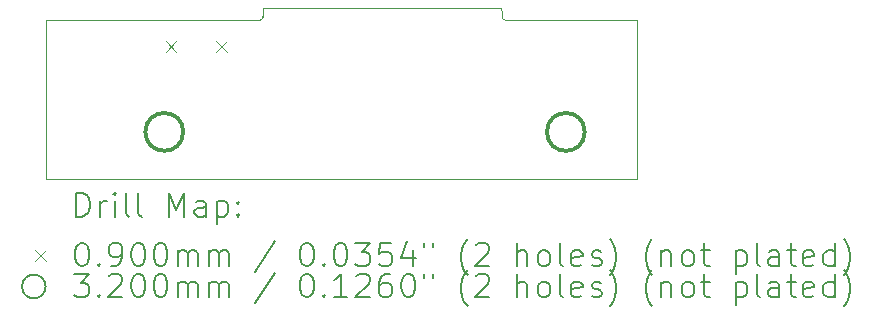
<source format=gbr>
%TF.GenerationSoftware,KiCad,Pcbnew,7.0.8*%
%TF.CreationDate,2023-12-27T11:09:43+01:00*%
%TF.ProjectId,Frost-ESP32,46726f73-742d-4455-9350-33322e6b6963,rev?*%
%TF.SameCoordinates,Original*%
%TF.FileFunction,Drillmap*%
%TF.FilePolarity,Positive*%
%FSLAX45Y45*%
G04 Gerber Fmt 4.5, Leading zero omitted, Abs format (unit mm)*
G04 Created by KiCad (PCBNEW 7.0.8) date 2023-12-27 11:09:43*
%MOMM*%
%LPD*%
G01*
G04 APERTURE LIST*
%ADD10C,0.100000*%
%ADD11C,0.200000*%
%ADD12C,0.090000*%
%ADD13C,0.320000*%
G04 APERTURE END LIST*
D10*
X13260000Y-9725000D02*
G75*
G03*
X13285000Y-9750000I25000J0D01*
G01*
X11260000Y-9650000D02*
X13235000Y-9650000D01*
X13260000Y-9675000D02*
G75*
G03*
X13235000Y-9650000I-25000J0D01*
G01*
X14400000Y-9750000D02*
X14400000Y-11100000D01*
X11210000Y-9750000D02*
G75*
G03*
X11235000Y-9725000I0J25000D01*
G01*
X11235000Y-9725000D02*
X11235000Y-9675000D01*
X14400000Y-11100000D02*
X9400000Y-11100000D01*
X11260000Y-9650000D02*
G75*
G03*
X11235000Y-9675000I0J-25000D01*
G01*
X9400000Y-9750000D02*
X11210000Y-9750000D01*
X9400000Y-11100000D02*
X9400000Y-9750000D01*
X13285000Y-9750000D02*
X14400000Y-9750000D01*
X13260000Y-9675000D02*
X13260000Y-9725000D01*
D11*
D12*
X10412500Y-9930000D02*
X10502500Y-10020000D01*
X10502500Y-9930000D02*
X10412500Y-10020000D01*
X10837500Y-9930000D02*
X10927500Y-10020000D01*
X10927500Y-9930000D02*
X10837500Y-10020000D01*
D13*
X10560000Y-10700000D02*
G75*
G03*
X10560000Y-10700000I-160000J0D01*
G01*
X13960000Y-10700000D02*
G75*
G03*
X13960000Y-10700000I-160000J0D01*
G01*
D11*
X9655777Y-11416484D02*
X9655777Y-11216484D01*
X9655777Y-11216484D02*
X9703396Y-11216484D01*
X9703396Y-11216484D02*
X9731967Y-11226008D01*
X9731967Y-11226008D02*
X9751015Y-11245055D01*
X9751015Y-11245055D02*
X9760539Y-11264103D01*
X9760539Y-11264103D02*
X9770063Y-11302198D01*
X9770063Y-11302198D02*
X9770063Y-11330769D01*
X9770063Y-11330769D02*
X9760539Y-11368865D01*
X9760539Y-11368865D02*
X9751015Y-11387912D01*
X9751015Y-11387912D02*
X9731967Y-11406960D01*
X9731967Y-11406960D02*
X9703396Y-11416484D01*
X9703396Y-11416484D02*
X9655777Y-11416484D01*
X9855777Y-11416484D02*
X9855777Y-11283150D01*
X9855777Y-11321246D02*
X9865301Y-11302198D01*
X9865301Y-11302198D02*
X9874824Y-11292674D01*
X9874824Y-11292674D02*
X9893872Y-11283150D01*
X9893872Y-11283150D02*
X9912920Y-11283150D01*
X9979586Y-11416484D02*
X9979586Y-11283150D01*
X9979586Y-11216484D02*
X9970063Y-11226008D01*
X9970063Y-11226008D02*
X9979586Y-11235531D01*
X9979586Y-11235531D02*
X9989110Y-11226008D01*
X9989110Y-11226008D02*
X9979586Y-11216484D01*
X9979586Y-11216484D02*
X9979586Y-11235531D01*
X10103396Y-11416484D02*
X10084348Y-11406960D01*
X10084348Y-11406960D02*
X10074824Y-11387912D01*
X10074824Y-11387912D02*
X10074824Y-11216484D01*
X10208158Y-11416484D02*
X10189110Y-11406960D01*
X10189110Y-11406960D02*
X10179586Y-11387912D01*
X10179586Y-11387912D02*
X10179586Y-11216484D01*
X10436729Y-11416484D02*
X10436729Y-11216484D01*
X10436729Y-11216484D02*
X10503396Y-11359341D01*
X10503396Y-11359341D02*
X10570063Y-11216484D01*
X10570063Y-11216484D02*
X10570063Y-11416484D01*
X10751015Y-11416484D02*
X10751015Y-11311722D01*
X10751015Y-11311722D02*
X10741491Y-11292674D01*
X10741491Y-11292674D02*
X10722444Y-11283150D01*
X10722444Y-11283150D02*
X10684348Y-11283150D01*
X10684348Y-11283150D02*
X10665301Y-11292674D01*
X10751015Y-11406960D02*
X10731967Y-11416484D01*
X10731967Y-11416484D02*
X10684348Y-11416484D01*
X10684348Y-11416484D02*
X10665301Y-11406960D01*
X10665301Y-11406960D02*
X10655777Y-11387912D01*
X10655777Y-11387912D02*
X10655777Y-11368865D01*
X10655777Y-11368865D02*
X10665301Y-11349817D01*
X10665301Y-11349817D02*
X10684348Y-11340293D01*
X10684348Y-11340293D02*
X10731967Y-11340293D01*
X10731967Y-11340293D02*
X10751015Y-11330769D01*
X10846253Y-11283150D02*
X10846253Y-11483150D01*
X10846253Y-11292674D02*
X10865301Y-11283150D01*
X10865301Y-11283150D02*
X10903396Y-11283150D01*
X10903396Y-11283150D02*
X10922444Y-11292674D01*
X10922444Y-11292674D02*
X10931967Y-11302198D01*
X10931967Y-11302198D02*
X10941491Y-11321246D01*
X10941491Y-11321246D02*
X10941491Y-11378388D01*
X10941491Y-11378388D02*
X10931967Y-11397436D01*
X10931967Y-11397436D02*
X10922444Y-11406960D01*
X10922444Y-11406960D02*
X10903396Y-11416484D01*
X10903396Y-11416484D02*
X10865301Y-11416484D01*
X10865301Y-11416484D02*
X10846253Y-11406960D01*
X11027205Y-11397436D02*
X11036729Y-11406960D01*
X11036729Y-11406960D02*
X11027205Y-11416484D01*
X11027205Y-11416484D02*
X11017682Y-11406960D01*
X11017682Y-11406960D02*
X11027205Y-11397436D01*
X11027205Y-11397436D02*
X11027205Y-11416484D01*
X11027205Y-11292674D02*
X11036729Y-11302198D01*
X11036729Y-11302198D02*
X11027205Y-11311722D01*
X11027205Y-11311722D02*
X11017682Y-11302198D01*
X11017682Y-11302198D02*
X11027205Y-11292674D01*
X11027205Y-11292674D02*
X11027205Y-11311722D01*
D12*
X9305000Y-11700000D02*
X9395000Y-11790000D01*
X9395000Y-11700000D02*
X9305000Y-11790000D01*
D11*
X9693872Y-11636484D02*
X9712920Y-11636484D01*
X9712920Y-11636484D02*
X9731967Y-11646008D01*
X9731967Y-11646008D02*
X9741491Y-11655531D01*
X9741491Y-11655531D02*
X9751015Y-11674579D01*
X9751015Y-11674579D02*
X9760539Y-11712674D01*
X9760539Y-11712674D02*
X9760539Y-11760293D01*
X9760539Y-11760293D02*
X9751015Y-11798388D01*
X9751015Y-11798388D02*
X9741491Y-11817436D01*
X9741491Y-11817436D02*
X9731967Y-11826960D01*
X9731967Y-11826960D02*
X9712920Y-11836484D01*
X9712920Y-11836484D02*
X9693872Y-11836484D01*
X9693872Y-11836484D02*
X9674824Y-11826960D01*
X9674824Y-11826960D02*
X9665301Y-11817436D01*
X9665301Y-11817436D02*
X9655777Y-11798388D01*
X9655777Y-11798388D02*
X9646253Y-11760293D01*
X9646253Y-11760293D02*
X9646253Y-11712674D01*
X9646253Y-11712674D02*
X9655777Y-11674579D01*
X9655777Y-11674579D02*
X9665301Y-11655531D01*
X9665301Y-11655531D02*
X9674824Y-11646008D01*
X9674824Y-11646008D02*
X9693872Y-11636484D01*
X9846253Y-11817436D02*
X9855777Y-11826960D01*
X9855777Y-11826960D02*
X9846253Y-11836484D01*
X9846253Y-11836484D02*
X9836729Y-11826960D01*
X9836729Y-11826960D02*
X9846253Y-11817436D01*
X9846253Y-11817436D02*
X9846253Y-11836484D01*
X9951015Y-11836484D02*
X9989110Y-11836484D01*
X9989110Y-11836484D02*
X10008158Y-11826960D01*
X10008158Y-11826960D02*
X10017682Y-11817436D01*
X10017682Y-11817436D02*
X10036729Y-11788865D01*
X10036729Y-11788865D02*
X10046253Y-11750769D01*
X10046253Y-11750769D02*
X10046253Y-11674579D01*
X10046253Y-11674579D02*
X10036729Y-11655531D01*
X10036729Y-11655531D02*
X10027205Y-11646008D01*
X10027205Y-11646008D02*
X10008158Y-11636484D01*
X10008158Y-11636484D02*
X9970063Y-11636484D01*
X9970063Y-11636484D02*
X9951015Y-11646008D01*
X9951015Y-11646008D02*
X9941491Y-11655531D01*
X9941491Y-11655531D02*
X9931967Y-11674579D01*
X9931967Y-11674579D02*
X9931967Y-11722198D01*
X9931967Y-11722198D02*
X9941491Y-11741246D01*
X9941491Y-11741246D02*
X9951015Y-11750769D01*
X9951015Y-11750769D02*
X9970063Y-11760293D01*
X9970063Y-11760293D02*
X10008158Y-11760293D01*
X10008158Y-11760293D02*
X10027205Y-11750769D01*
X10027205Y-11750769D02*
X10036729Y-11741246D01*
X10036729Y-11741246D02*
X10046253Y-11722198D01*
X10170063Y-11636484D02*
X10189110Y-11636484D01*
X10189110Y-11636484D02*
X10208158Y-11646008D01*
X10208158Y-11646008D02*
X10217682Y-11655531D01*
X10217682Y-11655531D02*
X10227205Y-11674579D01*
X10227205Y-11674579D02*
X10236729Y-11712674D01*
X10236729Y-11712674D02*
X10236729Y-11760293D01*
X10236729Y-11760293D02*
X10227205Y-11798388D01*
X10227205Y-11798388D02*
X10217682Y-11817436D01*
X10217682Y-11817436D02*
X10208158Y-11826960D01*
X10208158Y-11826960D02*
X10189110Y-11836484D01*
X10189110Y-11836484D02*
X10170063Y-11836484D01*
X10170063Y-11836484D02*
X10151015Y-11826960D01*
X10151015Y-11826960D02*
X10141491Y-11817436D01*
X10141491Y-11817436D02*
X10131967Y-11798388D01*
X10131967Y-11798388D02*
X10122444Y-11760293D01*
X10122444Y-11760293D02*
X10122444Y-11712674D01*
X10122444Y-11712674D02*
X10131967Y-11674579D01*
X10131967Y-11674579D02*
X10141491Y-11655531D01*
X10141491Y-11655531D02*
X10151015Y-11646008D01*
X10151015Y-11646008D02*
X10170063Y-11636484D01*
X10360539Y-11636484D02*
X10379586Y-11636484D01*
X10379586Y-11636484D02*
X10398634Y-11646008D01*
X10398634Y-11646008D02*
X10408158Y-11655531D01*
X10408158Y-11655531D02*
X10417682Y-11674579D01*
X10417682Y-11674579D02*
X10427205Y-11712674D01*
X10427205Y-11712674D02*
X10427205Y-11760293D01*
X10427205Y-11760293D02*
X10417682Y-11798388D01*
X10417682Y-11798388D02*
X10408158Y-11817436D01*
X10408158Y-11817436D02*
X10398634Y-11826960D01*
X10398634Y-11826960D02*
X10379586Y-11836484D01*
X10379586Y-11836484D02*
X10360539Y-11836484D01*
X10360539Y-11836484D02*
X10341491Y-11826960D01*
X10341491Y-11826960D02*
X10331967Y-11817436D01*
X10331967Y-11817436D02*
X10322444Y-11798388D01*
X10322444Y-11798388D02*
X10312920Y-11760293D01*
X10312920Y-11760293D02*
X10312920Y-11712674D01*
X10312920Y-11712674D02*
X10322444Y-11674579D01*
X10322444Y-11674579D02*
X10331967Y-11655531D01*
X10331967Y-11655531D02*
X10341491Y-11646008D01*
X10341491Y-11646008D02*
X10360539Y-11636484D01*
X10512920Y-11836484D02*
X10512920Y-11703150D01*
X10512920Y-11722198D02*
X10522444Y-11712674D01*
X10522444Y-11712674D02*
X10541491Y-11703150D01*
X10541491Y-11703150D02*
X10570063Y-11703150D01*
X10570063Y-11703150D02*
X10589110Y-11712674D01*
X10589110Y-11712674D02*
X10598634Y-11731722D01*
X10598634Y-11731722D02*
X10598634Y-11836484D01*
X10598634Y-11731722D02*
X10608158Y-11712674D01*
X10608158Y-11712674D02*
X10627205Y-11703150D01*
X10627205Y-11703150D02*
X10655777Y-11703150D01*
X10655777Y-11703150D02*
X10674825Y-11712674D01*
X10674825Y-11712674D02*
X10684348Y-11731722D01*
X10684348Y-11731722D02*
X10684348Y-11836484D01*
X10779586Y-11836484D02*
X10779586Y-11703150D01*
X10779586Y-11722198D02*
X10789110Y-11712674D01*
X10789110Y-11712674D02*
X10808158Y-11703150D01*
X10808158Y-11703150D02*
X10836729Y-11703150D01*
X10836729Y-11703150D02*
X10855777Y-11712674D01*
X10855777Y-11712674D02*
X10865301Y-11731722D01*
X10865301Y-11731722D02*
X10865301Y-11836484D01*
X10865301Y-11731722D02*
X10874825Y-11712674D01*
X10874825Y-11712674D02*
X10893872Y-11703150D01*
X10893872Y-11703150D02*
X10922444Y-11703150D01*
X10922444Y-11703150D02*
X10941491Y-11712674D01*
X10941491Y-11712674D02*
X10951015Y-11731722D01*
X10951015Y-11731722D02*
X10951015Y-11836484D01*
X11341491Y-11626960D02*
X11170063Y-11884103D01*
X11598634Y-11636484D02*
X11617682Y-11636484D01*
X11617682Y-11636484D02*
X11636729Y-11646008D01*
X11636729Y-11646008D02*
X11646253Y-11655531D01*
X11646253Y-11655531D02*
X11655777Y-11674579D01*
X11655777Y-11674579D02*
X11665301Y-11712674D01*
X11665301Y-11712674D02*
X11665301Y-11760293D01*
X11665301Y-11760293D02*
X11655777Y-11798388D01*
X11655777Y-11798388D02*
X11646253Y-11817436D01*
X11646253Y-11817436D02*
X11636729Y-11826960D01*
X11636729Y-11826960D02*
X11617682Y-11836484D01*
X11617682Y-11836484D02*
X11598634Y-11836484D01*
X11598634Y-11836484D02*
X11579586Y-11826960D01*
X11579586Y-11826960D02*
X11570063Y-11817436D01*
X11570063Y-11817436D02*
X11560539Y-11798388D01*
X11560539Y-11798388D02*
X11551015Y-11760293D01*
X11551015Y-11760293D02*
X11551015Y-11712674D01*
X11551015Y-11712674D02*
X11560539Y-11674579D01*
X11560539Y-11674579D02*
X11570063Y-11655531D01*
X11570063Y-11655531D02*
X11579586Y-11646008D01*
X11579586Y-11646008D02*
X11598634Y-11636484D01*
X11751015Y-11817436D02*
X11760539Y-11826960D01*
X11760539Y-11826960D02*
X11751015Y-11836484D01*
X11751015Y-11836484D02*
X11741491Y-11826960D01*
X11741491Y-11826960D02*
X11751015Y-11817436D01*
X11751015Y-11817436D02*
X11751015Y-11836484D01*
X11884348Y-11636484D02*
X11903396Y-11636484D01*
X11903396Y-11636484D02*
X11922444Y-11646008D01*
X11922444Y-11646008D02*
X11931967Y-11655531D01*
X11931967Y-11655531D02*
X11941491Y-11674579D01*
X11941491Y-11674579D02*
X11951015Y-11712674D01*
X11951015Y-11712674D02*
X11951015Y-11760293D01*
X11951015Y-11760293D02*
X11941491Y-11798388D01*
X11941491Y-11798388D02*
X11931967Y-11817436D01*
X11931967Y-11817436D02*
X11922444Y-11826960D01*
X11922444Y-11826960D02*
X11903396Y-11836484D01*
X11903396Y-11836484D02*
X11884348Y-11836484D01*
X11884348Y-11836484D02*
X11865301Y-11826960D01*
X11865301Y-11826960D02*
X11855777Y-11817436D01*
X11855777Y-11817436D02*
X11846253Y-11798388D01*
X11846253Y-11798388D02*
X11836729Y-11760293D01*
X11836729Y-11760293D02*
X11836729Y-11712674D01*
X11836729Y-11712674D02*
X11846253Y-11674579D01*
X11846253Y-11674579D02*
X11855777Y-11655531D01*
X11855777Y-11655531D02*
X11865301Y-11646008D01*
X11865301Y-11646008D02*
X11884348Y-11636484D01*
X12017682Y-11636484D02*
X12141491Y-11636484D01*
X12141491Y-11636484D02*
X12074825Y-11712674D01*
X12074825Y-11712674D02*
X12103396Y-11712674D01*
X12103396Y-11712674D02*
X12122444Y-11722198D01*
X12122444Y-11722198D02*
X12131967Y-11731722D01*
X12131967Y-11731722D02*
X12141491Y-11750769D01*
X12141491Y-11750769D02*
X12141491Y-11798388D01*
X12141491Y-11798388D02*
X12131967Y-11817436D01*
X12131967Y-11817436D02*
X12122444Y-11826960D01*
X12122444Y-11826960D02*
X12103396Y-11836484D01*
X12103396Y-11836484D02*
X12046253Y-11836484D01*
X12046253Y-11836484D02*
X12027206Y-11826960D01*
X12027206Y-11826960D02*
X12017682Y-11817436D01*
X12322444Y-11636484D02*
X12227206Y-11636484D01*
X12227206Y-11636484D02*
X12217682Y-11731722D01*
X12217682Y-11731722D02*
X12227206Y-11722198D01*
X12227206Y-11722198D02*
X12246253Y-11712674D01*
X12246253Y-11712674D02*
X12293872Y-11712674D01*
X12293872Y-11712674D02*
X12312920Y-11722198D01*
X12312920Y-11722198D02*
X12322444Y-11731722D01*
X12322444Y-11731722D02*
X12331967Y-11750769D01*
X12331967Y-11750769D02*
X12331967Y-11798388D01*
X12331967Y-11798388D02*
X12322444Y-11817436D01*
X12322444Y-11817436D02*
X12312920Y-11826960D01*
X12312920Y-11826960D02*
X12293872Y-11836484D01*
X12293872Y-11836484D02*
X12246253Y-11836484D01*
X12246253Y-11836484D02*
X12227206Y-11826960D01*
X12227206Y-11826960D02*
X12217682Y-11817436D01*
X12503396Y-11703150D02*
X12503396Y-11836484D01*
X12455777Y-11626960D02*
X12408158Y-11769817D01*
X12408158Y-11769817D02*
X12531967Y-11769817D01*
X12598634Y-11636484D02*
X12598634Y-11674579D01*
X12674825Y-11636484D02*
X12674825Y-11674579D01*
X12970063Y-11912674D02*
X12960539Y-11903150D01*
X12960539Y-11903150D02*
X12941491Y-11874579D01*
X12941491Y-11874579D02*
X12931968Y-11855531D01*
X12931968Y-11855531D02*
X12922444Y-11826960D01*
X12922444Y-11826960D02*
X12912920Y-11779341D01*
X12912920Y-11779341D02*
X12912920Y-11741246D01*
X12912920Y-11741246D02*
X12922444Y-11693627D01*
X12922444Y-11693627D02*
X12931968Y-11665055D01*
X12931968Y-11665055D02*
X12941491Y-11646008D01*
X12941491Y-11646008D02*
X12960539Y-11617436D01*
X12960539Y-11617436D02*
X12970063Y-11607912D01*
X13036729Y-11655531D02*
X13046253Y-11646008D01*
X13046253Y-11646008D02*
X13065301Y-11636484D01*
X13065301Y-11636484D02*
X13112920Y-11636484D01*
X13112920Y-11636484D02*
X13131968Y-11646008D01*
X13131968Y-11646008D02*
X13141491Y-11655531D01*
X13141491Y-11655531D02*
X13151015Y-11674579D01*
X13151015Y-11674579D02*
X13151015Y-11693627D01*
X13151015Y-11693627D02*
X13141491Y-11722198D01*
X13141491Y-11722198D02*
X13027206Y-11836484D01*
X13027206Y-11836484D02*
X13151015Y-11836484D01*
X13389110Y-11836484D02*
X13389110Y-11636484D01*
X13474825Y-11836484D02*
X13474825Y-11731722D01*
X13474825Y-11731722D02*
X13465301Y-11712674D01*
X13465301Y-11712674D02*
X13446253Y-11703150D01*
X13446253Y-11703150D02*
X13417682Y-11703150D01*
X13417682Y-11703150D02*
X13398634Y-11712674D01*
X13398634Y-11712674D02*
X13389110Y-11722198D01*
X13598634Y-11836484D02*
X13579587Y-11826960D01*
X13579587Y-11826960D02*
X13570063Y-11817436D01*
X13570063Y-11817436D02*
X13560539Y-11798388D01*
X13560539Y-11798388D02*
X13560539Y-11741246D01*
X13560539Y-11741246D02*
X13570063Y-11722198D01*
X13570063Y-11722198D02*
X13579587Y-11712674D01*
X13579587Y-11712674D02*
X13598634Y-11703150D01*
X13598634Y-11703150D02*
X13627206Y-11703150D01*
X13627206Y-11703150D02*
X13646253Y-11712674D01*
X13646253Y-11712674D02*
X13655777Y-11722198D01*
X13655777Y-11722198D02*
X13665301Y-11741246D01*
X13665301Y-11741246D02*
X13665301Y-11798388D01*
X13665301Y-11798388D02*
X13655777Y-11817436D01*
X13655777Y-11817436D02*
X13646253Y-11826960D01*
X13646253Y-11826960D02*
X13627206Y-11836484D01*
X13627206Y-11836484D02*
X13598634Y-11836484D01*
X13779587Y-11836484D02*
X13760539Y-11826960D01*
X13760539Y-11826960D02*
X13751015Y-11807912D01*
X13751015Y-11807912D02*
X13751015Y-11636484D01*
X13931968Y-11826960D02*
X13912920Y-11836484D01*
X13912920Y-11836484D02*
X13874825Y-11836484D01*
X13874825Y-11836484D02*
X13855777Y-11826960D01*
X13855777Y-11826960D02*
X13846253Y-11807912D01*
X13846253Y-11807912D02*
X13846253Y-11731722D01*
X13846253Y-11731722D02*
X13855777Y-11712674D01*
X13855777Y-11712674D02*
X13874825Y-11703150D01*
X13874825Y-11703150D02*
X13912920Y-11703150D01*
X13912920Y-11703150D02*
X13931968Y-11712674D01*
X13931968Y-11712674D02*
X13941491Y-11731722D01*
X13941491Y-11731722D02*
X13941491Y-11750769D01*
X13941491Y-11750769D02*
X13846253Y-11769817D01*
X14017682Y-11826960D02*
X14036730Y-11836484D01*
X14036730Y-11836484D02*
X14074825Y-11836484D01*
X14074825Y-11836484D02*
X14093872Y-11826960D01*
X14093872Y-11826960D02*
X14103396Y-11807912D01*
X14103396Y-11807912D02*
X14103396Y-11798388D01*
X14103396Y-11798388D02*
X14093872Y-11779341D01*
X14093872Y-11779341D02*
X14074825Y-11769817D01*
X14074825Y-11769817D02*
X14046253Y-11769817D01*
X14046253Y-11769817D02*
X14027206Y-11760293D01*
X14027206Y-11760293D02*
X14017682Y-11741246D01*
X14017682Y-11741246D02*
X14017682Y-11731722D01*
X14017682Y-11731722D02*
X14027206Y-11712674D01*
X14027206Y-11712674D02*
X14046253Y-11703150D01*
X14046253Y-11703150D02*
X14074825Y-11703150D01*
X14074825Y-11703150D02*
X14093872Y-11712674D01*
X14170063Y-11912674D02*
X14179587Y-11903150D01*
X14179587Y-11903150D02*
X14198634Y-11874579D01*
X14198634Y-11874579D02*
X14208158Y-11855531D01*
X14208158Y-11855531D02*
X14217682Y-11826960D01*
X14217682Y-11826960D02*
X14227206Y-11779341D01*
X14227206Y-11779341D02*
X14227206Y-11741246D01*
X14227206Y-11741246D02*
X14217682Y-11693627D01*
X14217682Y-11693627D02*
X14208158Y-11665055D01*
X14208158Y-11665055D02*
X14198634Y-11646008D01*
X14198634Y-11646008D02*
X14179587Y-11617436D01*
X14179587Y-11617436D02*
X14170063Y-11607912D01*
X14531968Y-11912674D02*
X14522444Y-11903150D01*
X14522444Y-11903150D02*
X14503396Y-11874579D01*
X14503396Y-11874579D02*
X14493872Y-11855531D01*
X14493872Y-11855531D02*
X14484349Y-11826960D01*
X14484349Y-11826960D02*
X14474825Y-11779341D01*
X14474825Y-11779341D02*
X14474825Y-11741246D01*
X14474825Y-11741246D02*
X14484349Y-11693627D01*
X14484349Y-11693627D02*
X14493872Y-11665055D01*
X14493872Y-11665055D02*
X14503396Y-11646008D01*
X14503396Y-11646008D02*
X14522444Y-11617436D01*
X14522444Y-11617436D02*
X14531968Y-11607912D01*
X14608158Y-11703150D02*
X14608158Y-11836484D01*
X14608158Y-11722198D02*
X14617682Y-11712674D01*
X14617682Y-11712674D02*
X14636730Y-11703150D01*
X14636730Y-11703150D02*
X14665301Y-11703150D01*
X14665301Y-11703150D02*
X14684349Y-11712674D01*
X14684349Y-11712674D02*
X14693872Y-11731722D01*
X14693872Y-11731722D02*
X14693872Y-11836484D01*
X14817682Y-11836484D02*
X14798634Y-11826960D01*
X14798634Y-11826960D02*
X14789111Y-11817436D01*
X14789111Y-11817436D02*
X14779587Y-11798388D01*
X14779587Y-11798388D02*
X14779587Y-11741246D01*
X14779587Y-11741246D02*
X14789111Y-11722198D01*
X14789111Y-11722198D02*
X14798634Y-11712674D01*
X14798634Y-11712674D02*
X14817682Y-11703150D01*
X14817682Y-11703150D02*
X14846253Y-11703150D01*
X14846253Y-11703150D02*
X14865301Y-11712674D01*
X14865301Y-11712674D02*
X14874825Y-11722198D01*
X14874825Y-11722198D02*
X14884349Y-11741246D01*
X14884349Y-11741246D02*
X14884349Y-11798388D01*
X14884349Y-11798388D02*
X14874825Y-11817436D01*
X14874825Y-11817436D02*
X14865301Y-11826960D01*
X14865301Y-11826960D02*
X14846253Y-11836484D01*
X14846253Y-11836484D02*
X14817682Y-11836484D01*
X14941492Y-11703150D02*
X15017682Y-11703150D01*
X14970063Y-11636484D02*
X14970063Y-11807912D01*
X14970063Y-11807912D02*
X14979587Y-11826960D01*
X14979587Y-11826960D02*
X14998634Y-11836484D01*
X14998634Y-11836484D02*
X15017682Y-11836484D01*
X15236730Y-11703150D02*
X15236730Y-11903150D01*
X15236730Y-11712674D02*
X15255777Y-11703150D01*
X15255777Y-11703150D02*
X15293873Y-11703150D01*
X15293873Y-11703150D02*
X15312920Y-11712674D01*
X15312920Y-11712674D02*
X15322444Y-11722198D01*
X15322444Y-11722198D02*
X15331968Y-11741246D01*
X15331968Y-11741246D02*
X15331968Y-11798388D01*
X15331968Y-11798388D02*
X15322444Y-11817436D01*
X15322444Y-11817436D02*
X15312920Y-11826960D01*
X15312920Y-11826960D02*
X15293873Y-11836484D01*
X15293873Y-11836484D02*
X15255777Y-11836484D01*
X15255777Y-11836484D02*
X15236730Y-11826960D01*
X15446253Y-11836484D02*
X15427206Y-11826960D01*
X15427206Y-11826960D02*
X15417682Y-11807912D01*
X15417682Y-11807912D02*
X15417682Y-11636484D01*
X15608158Y-11836484D02*
X15608158Y-11731722D01*
X15608158Y-11731722D02*
X15598634Y-11712674D01*
X15598634Y-11712674D02*
X15579587Y-11703150D01*
X15579587Y-11703150D02*
X15541492Y-11703150D01*
X15541492Y-11703150D02*
X15522444Y-11712674D01*
X15608158Y-11826960D02*
X15589111Y-11836484D01*
X15589111Y-11836484D02*
X15541492Y-11836484D01*
X15541492Y-11836484D02*
X15522444Y-11826960D01*
X15522444Y-11826960D02*
X15512920Y-11807912D01*
X15512920Y-11807912D02*
X15512920Y-11788865D01*
X15512920Y-11788865D02*
X15522444Y-11769817D01*
X15522444Y-11769817D02*
X15541492Y-11760293D01*
X15541492Y-11760293D02*
X15589111Y-11760293D01*
X15589111Y-11760293D02*
X15608158Y-11750769D01*
X15674825Y-11703150D02*
X15751015Y-11703150D01*
X15703396Y-11636484D02*
X15703396Y-11807912D01*
X15703396Y-11807912D02*
X15712920Y-11826960D01*
X15712920Y-11826960D02*
X15731968Y-11836484D01*
X15731968Y-11836484D02*
X15751015Y-11836484D01*
X15893873Y-11826960D02*
X15874825Y-11836484D01*
X15874825Y-11836484D02*
X15836730Y-11836484D01*
X15836730Y-11836484D02*
X15817682Y-11826960D01*
X15817682Y-11826960D02*
X15808158Y-11807912D01*
X15808158Y-11807912D02*
X15808158Y-11731722D01*
X15808158Y-11731722D02*
X15817682Y-11712674D01*
X15817682Y-11712674D02*
X15836730Y-11703150D01*
X15836730Y-11703150D02*
X15874825Y-11703150D01*
X15874825Y-11703150D02*
X15893873Y-11712674D01*
X15893873Y-11712674D02*
X15903396Y-11731722D01*
X15903396Y-11731722D02*
X15903396Y-11750769D01*
X15903396Y-11750769D02*
X15808158Y-11769817D01*
X16074825Y-11836484D02*
X16074825Y-11636484D01*
X16074825Y-11826960D02*
X16055777Y-11836484D01*
X16055777Y-11836484D02*
X16017682Y-11836484D01*
X16017682Y-11836484D02*
X15998634Y-11826960D01*
X15998634Y-11826960D02*
X15989111Y-11817436D01*
X15989111Y-11817436D02*
X15979587Y-11798388D01*
X15979587Y-11798388D02*
X15979587Y-11741246D01*
X15979587Y-11741246D02*
X15989111Y-11722198D01*
X15989111Y-11722198D02*
X15998634Y-11712674D01*
X15998634Y-11712674D02*
X16017682Y-11703150D01*
X16017682Y-11703150D02*
X16055777Y-11703150D01*
X16055777Y-11703150D02*
X16074825Y-11712674D01*
X16151015Y-11912674D02*
X16160539Y-11903150D01*
X16160539Y-11903150D02*
X16179587Y-11874579D01*
X16179587Y-11874579D02*
X16189111Y-11855531D01*
X16189111Y-11855531D02*
X16198634Y-11826960D01*
X16198634Y-11826960D02*
X16208158Y-11779341D01*
X16208158Y-11779341D02*
X16208158Y-11741246D01*
X16208158Y-11741246D02*
X16198634Y-11693627D01*
X16198634Y-11693627D02*
X16189111Y-11665055D01*
X16189111Y-11665055D02*
X16179587Y-11646008D01*
X16179587Y-11646008D02*
X16160539Y-11617436D01*
X16160539Y-11617436D02*
X16151015Y-11607912D01*
X9395000Y-12009000D02*
G75*
G03*
X9395000Y-12009000I-100000J0D01*
G01*
X9636729Y-11900484D02*
X9760539Y-11900484D01*
X9760539Y-11900484D02*
X9693872Y-11976674D01*
X9693872Y-11976674D02*
X9722444Y-11976674D01*
X9722444Y-11976674D02*
X9741491Y-11986198D01*
X9741491Y-11986198D02*
X9751015Y-11995722D01*
X9751015Y-11995722D02*
X9760539Y-12014769D01*
X9760539Y-12014769D02*
X9760539Y-12062388D01*
X9760539Y-12062388D02*
X9751015Y-12081436D01*
X9751015Y-12081436D02*
X9741491Y-12090960D01*
X9741491Y-12090960D02*
X9722444Y-12100484D01*
X9722444Y-12100484D02*
X9665301Y-12100484D01*
X9665301Y-12100484D02*
X9646253Y-12090960D01*
X9646253Y-12090960D02*
X9636729Y-12081436D01*
X9846253Y-12081436D02*
X9855777Y-12090960D01*
X9855777Y-12090960D02*
X9846253Y-12100484D01*
X9846253Y-12100484D02*
X9836729Y-12090960D01*
X9836729Y-12090960D02*
X9846253Y-12081436D01*
X9846253Y-12081436D02*
X9846253Y-12100484D01*
X9931967Y-11919531D02*
X9941491Y-11910008D01*
X9941491Y-11910008D02*
X9960539Y-11900484D01*
X9960539Y-11900484D02*
X10008158Y-11900484D01*
X10008158Y-11900484D02*
X10027205Y-11910008D01*
X10027205Y-11910008D02*
X10036729Y-11919531D01*
X10036729Y-11919531D02*
X10046253Y-11938579D01*
X10046253Y-11938579D02*
X10046253Y-11957627D01*
X10046253Y-11957627D02*
X10036729Y-11986198D01*
X10036729Y-11986198D02*
X9922444Y-12100484D01*
X9922444Y-12100484D02*
X10046253Y-12100484D01*
X10170063Y-11900484D02*
X10189110Y-11900484D01*
X10189110Y-11900484D02*
X10208158Y-11910008D01*
X10208158Y-11910008D02*
X10217682Y-11919531D01*
X10217682Y-11919531D02*
X10227205Y-11938579D01*
X10227205Y-11938579D02*
X10236729Y-11976674D01*
X10236729Y-11976674D02*
X10236729Y-12024293D01*
X10236729Y-12024293D02*
X10227205Y-12062388D01*
X10227205Y-12062388D02*
X10217682Y-12081436D01*
X10217682Y-12081436D02*
X10208158Y-12090960D01*
X10208158Y-12090960D02*
X10189110Y-12100484D01*
X10189110Y-12100484D02*
X10170063Y-12100484D01*
X10170063Y-12100484D02*
X10151015Y-12090960D01*
X10151015Y-12090960D02*
X10141491Y-12081436D01*
X10141491Y-12081436D02*
X10131967Y-12062388D01*
X10131967Y-12062388D02*
X10122444Y-12024293D01*
X10122444Y-12024293D02*
X10122444Y-11976674D01*
X10122444Y-11976674D02*
X10131967Y-11938579D01*
X10131967Y-11938579D02*
X10141491Y-11919531D01*
X10141491Y-11919531D02*
X10151015Y-11910008D01*
X10151015Y-11910008D02*
X10170063Y-11900484D01*
X10360539Y-11900484D02*
X10379586Y-11900484D01*
X10379586Y-11900484D02*
X10398634Y-11910008D01*
X10398634Y-11910008D02*
X10408158Y-11919531D01*
X10408158Y-11919531D02*
X10417682Y-11938579D01*
X10417682Y-11938579D02*
X10427205Y-11976674D01*
X10427205Y-11976674D02*
X10427205Y-12024293D01*
X10427205Y-12024293D02*
X10417682Y-12062388D01*
X10417682Y-12062388D02*
X10408158Y-12081436D01*
X10408158Y-12081436D02*
X10398634Y-12090960D01*
X10398634Y-12090960D02*
X10379586Y-12100484D01*
X10379586Y-12100484D02*
X10360539Y-12100484D01*
X10360539Y-12100484D02*
X10341491Y-12090960D01*
X10341491Y-12090960D02*
X10331967Y-12081436D01*
X10331967Y-12081436D02*
X10322444Y-12062388D01*
X10322444Y-12062388D02*
X10312920Y-12024293D01*
X10312920Y-12024293D02*
X10312920Y-11976674D01*
X10312920Y-11976674D02*
X10322444Y-11938579D01*
X10322444Y-11938579D02*
X10331967Y-11919531D01*
X10331967Y-11919531D02*
X10341491Y-11910008D01*
X10341491Y-11910008D02*
X10360539Y-11900484D01*
X10512920Y-12100484D02*
X10512920Y-11967150D01*
X10512920Y-11986198D02*
X10522444Y-11976674D01*
X10522444Y-11976674D02*
X10541491Y-11967150D01*
X10541491Y-11967150D02*
X10570063Y-11967150D01*
X10570063Y-11967150D02*
X10589110Y-11976674D01*
X10589110Y-11976674D02*
X10598634Y-11995722D01*
X10598634Y-11995722D02*
X10598634Y-12100484D01*
X10598634Y-11995722D02*
X10608158Y-11976674D01*
X10608158Y-11976674D02*
X10627205Y-11967150D01*
X10627205Y-11967150D02*
X10655777Y-11967150D01*
X10655777Y-11967150D02*
X10674825Y-11976674D01*
X10674825Y-11976674D02*
X10684348Y-11995722D01*
X10684348Y-11995722D02*
X10684348Y-12100484D01*
X10779586Y-12100484D02*
X10779586Y-11967150D01*
X10779586Y-11986198D02*
X10789110Y-11976674D01*
X10789110Y-11976674D02*
X10808158Y-11967150D01*
X10808158Y-11967150D02*
X10836729Y-11967150D01*
X10836729Y-11967150D02*
X10855777Y-11976674D01*
X10855777Y-11976674D02*
X10865301Y-11995722D01*
X10865301Y-11995722D02*
X10865301Y-12100484D01*
X10865301Y-11995722D02*
X10874825Y-11976674D01*
X10874825Y-11976674D02*
X10893872Y-11967150D01*
X10893872Y-11967150D02*
X10922444Y-11967150D01*
X10922444Y-11967150D02*
X10941491Y-11976674D01*
X10941491Y-11976674D02*
X10951015Y-11995722D01*
X10951015Y-11995722D02*
X10951015Y-12100484D01*
X11341491Y-11890960D02*
X11170063Y-12148103D01*
X11598634Y-11900484D02*
X11617682Y-11900484D01*
X11617682Y-11900484D02*
X11636729Y-11910008D01*
X11636729Y-11910008D02*
X11646253Y-11919531D01*
X11646253Y-11919531D02*
X11655777Y-11938579D01*
X11655777Y-11938579D02*
X11665301Y-11976674D01*
X11665301Y-11976674D02*
X11665301Y-12024293D01*
X11665301Y-12024293D02*
X11655777Y-12062388D01*
X11655777Y-12062388D02*
X11646253Y-12081436D01*
X11646253Y-12081436D02*
X11636729Y-12090960D01*
X11636729Y-12090960D02*
X11617682Y-12100484D01*
X11617682Y-12100484D02*
X11598634Y-12100484D01*
X11598634Y-12100484D02*
X11579586Y-12090960D01*
X11579586Y-12090960D02*
X11570063Y-12081436D01*
X11570063Y-12081436D02*
X11560539Y-12062388D01*
X11560539Y-12062388D02*
X11551015Y-12024293D01*
X11551015Y-12024293D02*
X11551015Y-11976674D01*
X11551015Y-11976674D02*
X11560539Y-11938579D01*
X11560539Y-11938579D02*
X11570063Y-11919531D01*
X11570063Y-11919531D02*
X11579586Y-11910008D01*
X11579586Y-11910008D02*
X11598634Y-11900484D01*
X11751015Y-12081436D02*
X11760539Y-12090960D01*
X11760539Y-12090960D02*
X11751015Y-12100484D01*
X11751015Y-12100484D02*
X11741491Y-12090960D01*
X11741491Y-12090960D02*
X11751015Y-12081436D01*
X11751015Y-12081436D02*
X11751015Y-12100484D01*
X11951015Y-12100484D02*
X11836729Y-12100484D01*
X11893872Y-12100484D02*
X11893872Y-11900484D01*
X11893872Y-11900484D02*
X11874825Y-11929055D01*
X11874825Y-11929055D02*
X11855777Y-11948103D01*
X11855777Y-11948103D02*
X11836729Y-11957627D01*
X12027206Y-11919531D02*
X12036729Y-11910008D01*
X12036729Y-11910008D02*
X12055777Y-11900484D01*
X12055777Y-11900484D02*
X12103396Y-11900484D01*
X12103396Y-11900484D02*
X12122444Y-11910008D01*
X12122444Y-11910008D02*
X12131967Y-11919531D01*
X12131967Y-11919531D02*
X12141491Y-11938579D01*
X12141491Y-11938579D02*
X12141491Y-11957627D01*
X12141491Y-11957627D02*
X12131967Y-11986198D01*
X12131967Y-11986198D02*
X12017682Y-12100484D01*
X12017682Y-12100484D02*
X12141491Y-12100484D01*
X12312920Y-11900484D02*
X12274825Y-11900484D01*
X12274825Y-11900484D02*
X12255777Y-11910008D01*
X12255777Y-11910008D02*
X12246253Y-11919531D01*
X12246253Y-11919531D02*
X12227206Y-11948103D01*
X12227206Y-11948103D02*
X12217682Y-11986198D01*
X12217682Y-11986198D02*
X12217682Y-12062388D01*
X12217682Y-12062388D02*
X12227206Y-12081436D01*
X12227206Y-12081436D02*
X12236729Y-12090960D01*
X12236729Y-12090960D02*
X12255777Y-12100484D01*
X12255777Y-12100484D02*
X12293872Y-12100484D01*
X12293872Y-12100484D02*
X12312920Y-12090960D01*
X12312920Y-12090960D02*
X12322444Y-12081436D01*
X12322444Y-12081436D02*
X12331967Y-12062388D01*
X12331967Y-12062388D02*
X12331967Y-12014769D01*
X12331967Y-12014769D02*
X12322444Y-11995722D01*
X12322444Y-11995722D02*
X12312920Y-11986198D01*
X12312920Y-11986198D02*
X12293872Y-11976674D01*
X12293872Y-11976674D02*
X12255777Y-11976674D01*
X12255777Y-11976674D02*
X12236729Y-11986198D01*
X12236729Y-11986198D02*
X12227206Y-11995722D01*
X12227206Y-11995722D02*
X12217682Y-12014769D01*
X12455777Y-11900484D02*
X12474825Y-11900484D01*
X12474825Y-11900484D02*
X12493872Y-11910008D01*
X12493872Y-11910008D02*
X12503396Y-11919531D01*
X12503396Y-11919531D02*
X12512920Y-11938579D01*
X12512920Y-11938579D02*
X12522444Y-11976674D01*
X12522444Y-11976674D02*
X12522444Y-12024293D01*
X12522444Y-12024293D02*
X12512920Y-12062388D01*
X12512920Y-12062388D02*
X12503396Y-12081436D01*
X12503396Y-12081436D02*
X12493872Y-12090960D01*
X12493872Y-12090960D02*
X12474825Y-12100484D01*
X12474825Y-12100484D02*
X12455777Y-12100484D01*
X12455777Y-12100484D02*
X12436729Y-12090960D01*
X12436729Y-12090960D02*
X12427206Y-12081436D01*
X12427206Y-12081436D02*
X12417682Y-12062388D01*
X12417682Y-12062388D02*
X12408158Y-12024293D01*
X12408158Y-12024293D02*
X12408158Y-11976674D01*
X12408158Y-11976674D02*
X12417682Y-11938579D01*
X12417682Y-11938579D02*
X12427206Y-11919531D01*
X12427206Y-11919531D02*
X12436729Y-11910008D01*
X12436729Y-11910008D02*
X12455777Y-11900484D01*
X12598634Y-11900484D02*
X12598634Y-11938579D01*
X12674825Y-11900484D02*
X12674825Y-11938579D01*
X12970063Y-12176674D02*
X12960539Y-12167150D01*
X12960539Y-12167150D02*
X12941491Y-12138579D01*
X12941491Y-12138579D02*
X12931968Y-12119531D01*
X12931968Y-12119531D02*
X12922444Y-12090960D01*
X12922444Y-12090960D02*
X12912920Y-12043341D01*
X12912920Y-12043341D02*
X12912920Y-12005246D01*
X12912920Y-12005246D02*
X12922444Y-11957627D01*
X12922444Y-11957627D02*
X12931968Y-11929055D01*
X12931968Y-11929055D02*
X12941491Y-11910008D01*
X12941491Y-11910008D02*
X12960539Y-11881436D01*
X12960539Y-11881436D02*
X12970063Y-11871912D01*
X13036729Y-11919531D02*
X13046253Y-11910008D01*
X13046253Y-11910008D02*
X13065301Y-11900484D01*
X13065301Y-11900484D02*
X13112920Y-11900484D01*
X13112920Y-11900484D02*
X13131968Y-11910008D01*
X13131968Y-11910008D02*
X13141491Y-11919531D01*
X13141491Y-11919531D02*
X13151015Y-11938579D01*
X13151015Y-11938579D02*
X13151015Y-11957627D01*
X13151015Y-11957627D02*
X13141491Y-11986198D01*
X13141491Y-11986198D02*
X13027206Y-12100484D01*
X13027206Y-12100484D02*
X13151015Y-12100484D01*
X13389110Y-12100484D02*
X13389110Y-11900484D01*
X13474825Y-12100484D02*
X13474825Y-11995722D01*
X13474825Y-11995722D02*
X13465301Y-11976674D01*
X13465301Y-11976674D02*
X13446253Y-11967150D01*
X13446253Y-11967150D02*
X13417682Y-11967150D01*
X13417682Y-11967150D02*
X13398634Y-11976674D01*
X13398634Y-11976674D02*
X13389110Y-11986198D01*
X13598634Y-12100484D02*
X13579587Y-12090960D01*
X13579587Y-12090960D02*
X13570063Y-12081436D01*
X13570063Y-12081436D02*
X13560539Y-12062388D01*
X13560539Y-12062388D02*
X13560539Y-12005246D01*
X13560539Y-12005246D02*
X13570063Y-11986198D01*
X13570063Y-11986198D02*
X13579587Y-11976674D01*
X13579587Y-11976674D02*
X13598634Y-11967150D01*
X13598634Y-11967150D02*
X13627206Y-11967150D01*
X13627206Y-11967150D02*
X13646253Y-11976674D01*
X13646253Y-11976674D02*
X13655777Y-11986198D01*
X13655777Y-11986198D02*
X13665301Y-12005246D01*
X13665301Y-12005246D02*
X13665301Y-12062388D01*
X13665301Y-12062388D02*
X13655777Y-12081436D01*
X13655777Y-12081436D02*
X13646253Y-12090960D01*
X13646253Y-12090960D02*
X13627206Y-12100484D01*
X13627206Y-12100484D02*
X13598634Y-12100484D01*
X13779587Y-12100484D02*
X13760539Y-12090960D01*
X13760539Y-12090960D02*
X13751015Y-12071912D01*
X13751015Y-12071912D02*
X13751015Y-11900484D01*
X13931968Y-12090960D02*
X13912920Y-12100484D01*
X13912920Y-12100484D02*
X13874825Y-12100484D01*
X13874825Y-12100484D02*
X13855777Y-12090960D01*
X13855777Y-12090960D02*
X13846253Y-12071912D01*
X13846253Y-12071912D02*
X13846253Y-11995722D01*
X13846253Y-11995722D02*
X13855777Y-11976674D01*
X13855777Y-11976674D02*
X13874825Y-11967150D01*
X13874825Y-11967150D02*
X13912920Y-11967150D01*
X13912920Y-11967150D02*
X13931968Y-11976674D01*
X13931968Y-11976674D02*
X13941491Y-11995722D01*
X13941491Y-11995722D02*
X13941491Y-12014769D01*
X13941491Y-12014769D02*
X13846253Y-12033817D01*
X14017682Y-12090960D02*
X14036730Y-12100484D01*
X14036730Y-12100484D02*
X14074825Y-12100484D01*
X14074825Y-12100484D02*
X14093872Y-12090960D01*
X14093872Y-12090960D02*
X14103396Y-12071912D01*
X14103396Y-12071912D02*
X14103396Y-12062388D01*
X14103396Y-12062388D02*
X14093872Y-12043341D01*
X14093872Y-12043341D02*
X14074825Y-12033817D01*
X14074825Y-12033817D02*
X14046253Y-12033817D01*
X14046253Y-12033817D02*
X14027206Y-12024293D01*
X14027206Y-12024293D02*
X14017682Y-12005246D01*
X14017682Y-12005246D02*
X14017682Y-11995722D01*
X14017682Y-11995722D02*
X14027206Y-11976674D01*
X14027206Y-11976674D02*
X14046253Y-11967150D01*
X14046253Y-11967150D02*
X14074825Y-11967150D01*
X14074825Y-11967150D02*
X14093872Y-11976674D01*
X14170063Y-12176674D02*
X14179587Y-12167150D01*
X14179587Y-12167150D02*
X14198634Y-12138579D01*
X14198634Y-12138579D02*
X14208158Y-12119531D01*
X14208158Y-12119531D02*
X14217682Y-12090960D01*
X14217682Y-12090960D02*
X14227206Y-12043341D01*
X14227206Y-12043341D02*
X14227206Y-12005246D01*
X14227206Y-12005246D02*
X14217682Y-11957627D01*
X14217682Y-11957627D02*
X14208158Y-11929055D01*
X14208158Y-11929055D02*
X14198634Y-11910008D01*
X14198634Y-11910008D02*
X14179587Y-11881436D01*
X14179587Y-11881436D02*
X14170063Y-11871912D01*
X14531968Y-12176674D02*
X14522444Y-12167150D01*
X14522444Y-12167150D02*
X14503396Y-12138579D01*
X14503396Y-12138579D02*
X14493872Y-12119531D01*
X14493872Y-12119531D02*
X14484349Y-12090960D01*
X14484349Y-12090960D02*
X14474825Y-12043341D01*
X14474825Y-12043341D02*
X14474825Y-12005246D01*
X14474825Y-12005246D02*
X14484349Y-11957627D01*
X14484349Y-11957627D02*
X14493872Y-11929055D01*
X14493872Y-11929055D02*
X14503396Y-11910008D01*
X14503396Y-11910008D02*
X14522444Y-11881436D01*
X14522444Y-11881436D02*
X14531968Y-11871912D01*
X14608158Y-11967150D02*
X14608158Y-12100484D01*
X14608158Y-11986198D02*
X14617682Y-11976674D01*
X14617682Y-11976674D02*
X14636730Y-11967150D01*
X14636730Y-11967150D02*
X14665301Y-11967150D01*
X14665301Y-11967150D02*
X14684349Y-11976674D01*
X14684349Y-11976674D02*
X14693872Y-11995722D01*
X14693872Y-11995722D02*
X14693872Y-12100484D01*
X14817682Y-12100484D02*
X14798634Y-12090960D01*
X14798634Y-12090960D02*
X14789111Y-12081436D01*
X14789111Y-12081436D02*
X14779587Y-12062388D01*
X14779587Y-12062388D02*
X14779587Y-12005246D01*
X14779587Y-12005246D02*
X14789111Y-11986198D01*
X14789111Y-11986198D02*
X14798634Y-11976674D01*
X14798634Y-11976674D02*
X14817682Y-11967150D01*
X14817682Y-11967150D02*
X14846253Y-11967150D01*
X14846253Y-11967150D02*
X14865301Y-11976674D01*
X14865301Y-11976674D02*
X14874825Y-11986198D01*
X14874825Y-11986198D02*
X14884349Y-12005246D01*
X14884349Y-12005246D02*
X14884349Y-12062388D01*
X14884349Y-12062388D02*
X14874825Y-12081436D01*
X14874825Y-12081436D02*
X14865301Y-12090960D01*
X14865301Y-12090960D02*
X14846253Y-12100484D01*
X14846253Y-12100484D02*
X14817682Y-12100484D01*
X14941492Y-11967150D02*
X15017682Y-11967150D01*
X14970063Y-11900484D02*
X14970063Y-12071912D01*
X14970063Y-12071912D02*
X14979587Y-12090960D01*
X14979587Y-12090960D02*
X14998634Y-12100484D01*
X14998634Y-12100484D02*
X15017682Y-12100484D01*
X15236730Y-11967150D02*
X15236730Y-12167150D01*
X15236730Y-11976674D02*
X15255777Y-11967150D01*
X15255777Y-11967150D02*
X15293873Y-11967150D01*
X15293873Y-11967150D02*
X15312920Y-11976674D01*
X15312920Y-11976674D02*
X15322444Y-11986198D01*
X15322444Y-11986198D02*
X15331968Y-12005246D01*
X15331968Y-12005246D02*
X15331968Y-12062388D01*
X15331968Y-12062388D02*
X15322444Y-12081436D01*
X15322444Y-12081436D02*
X15312920Y-12090960D01*
X15312920Y-12090960D02*
X15293873Y-12100484D01*
X15293873Y-12100484D02*
X15255777Y-12100484D01*
X15255777Y-12100484D02*
X15236730Y-12090960D01*
X15446253Y-12100484D02*
X15427206Y-12090960D01*
X15427206Y-12090960D02*
X15417682Y-12071912D01*
X15417682Y-12071912D02*
X15417682Y-11900484D01*
X15608158Y-12100484D02*
X15608158Y-11995722D01*
X15608158Y-11995722D02*
X15598634Y-11976674D01*
X15598634Y-11976674D02*
X15579587Y-11967150D01*
X15579587Y-11967150D02*
X15541492Y-11967150D01*
X15541492Y-11967150D02*
X15522444Y-11976674D01*
X15608158Y-12090960D02*
X15589111Y-12100484D01*
X15589111Y-12100484D02*
X15541492Y-12100484D01*
X15541492Y-12100484D02*
X15522444Y-12090960D01*
X15522444Y-12090960D02*
X15512920Y-12071912D01*
X15512920Y-12071912D02*
X15512920Y-12052865D01*
X15512920Y-12052865D02*
X15522444Y-12033817D01*
X15522444Y-12033817D02*
X15541492Y-12024293D01*
X15541492Y-12024293D02*
X15589111Y-12024293D01*
X15589111Y-12024293D02*
X15608158Y-12014769D01*
X15674825Y-11967150D02*
X15751015Y-11967150D01*
X15703396Y-11900484D02*
X15703396Y-12071912D01*
X15703396Y-12071912D02*
X15712920Y-12090960D01*
X15712920Y-12090960D02*
X15731968Y-12100484D01*
X15731968Y-12100484D02*
X15751015Y-12100484D01*
X15893873Y-12090960D02*
X15874825Y-12100484D01*
X15874825Y-12100484D02*
X15836730Y-12100484D01*
X15836730Y-12100484D02*
X15817682Y-12090960D01*
X15817682Y-12090960D02*
X15808158Y-12071912D01*
X15808158Y-12071912D02*
X15808158Y-11995722D01*
X15808158Y-11995722D02*
X15817682Y-11976674D01*
X15817682Y-11976674D02*
X15836730Y-11967150D01*
X15836730Y-11967150D02*
X15874825Y-11967150D01*
X15874825Y-11967150D02*
X15893873Y-11976674D01*
X15893873Y-11976674D02*
X15903396Y-11995722D01*
X15903396Y-11995722D02*
X15903396Y-12014769D01*
X15903396Y-12014769D02*
X15808158Y-12033817D01*
X16074825Y-12100484D02*
X16074825Y-11900484D01*
X16074825Y-12090960D02*
X16055777Y-12100484D01*
X16055777Y-12100484D02*
X16017682Y-12100484D01*
X16017682Y-12100484D02*
X15998634Y-12090960D01*
X15998634Y-12090960D02*
X15989111Y-12081436D01*
X15989111Y-12081436D02*
X15979587Y-12062388D01*
X15979587Y-12062388D02*
X15979587Y-12005246D01*
X15979587Y-12005246D02*
X15989111Y-11986198D01*
X15989111Y-11986198D02*
X15998634Y-11976674D01*
X15998634Y-11976674D02*
X16017682Y-11967150D01*
X16017682Y-11967150D02*
X16055777Y-11967150D01*
X16055777Y-11967150D02*
X16074825Y-11976674D01*
X16151015Y-12176674D02*
X16160539Y-12167150D01*
X16160539Y-12167150D02*
X16179587Y-12138579D01*
X16179587Y-12138579D02*
X16189111Y-12119531D01*
X16189111Y-12119531D02*
X16198634Y-12090960D01*
X16198634Y-12090960D02*
X16208158Y-12043341D01*
X16208158Y-12043341D02*
X16208158Y-12005246D01*
X16208158Y-12005246D02*
X16198634Y-11957627D01*
X16198634Y-11957627D02*
X16189111Y-11929055D01*
X16189111Y-11929055D02*
X16179587Y-11910008D01*
X16179587Y-11910008D02*
X16160539Y-11881436D01*
X16160539Y-11881436D02*
X16151015Y-11871912D01*
M02*

</source>
